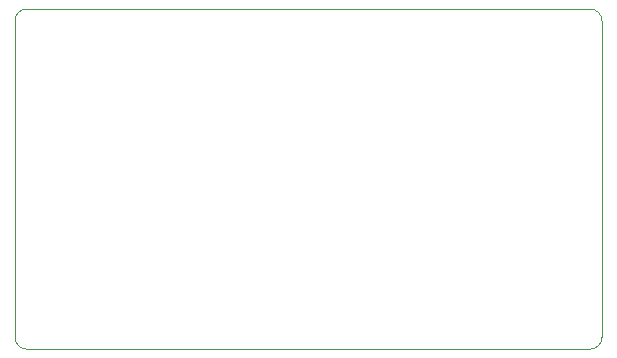
<source format=gm1>
G04 #@! TF.GenerationSoftware,KiCad,Pcbnew,8.0.4*
G04 #@! TF.CreationDate,2024-08-03T17:02:50+02:00*
G04 #@! TF.ProjectId,koyomi-keyboard-adapter,6b6f796f-6d69-42d6-9b65-79626f617264,rev?*
G04 #@! TF.SameCoordinates,Original*
G04 #@! TF.FileFunction,Profile,NP*
%FSLAX46Y46*%
G04 Gerber Fmt 4.6, Leading zero omitted, Abs format (unit mm)*
G04 Created by KiCad (PCBNEW 8.0.4) date 2024-08-03 17:02:50*
%MOMM*%
%LPD*%
G01*
G04 APERTURE LIST*
G04 #@! TA.AperFunction,Profile*
%ADD10C,0.050000*%
G04 #@! TD*
G04 APERTURE END LIST*
D10*
X13200000Y-12200000D02*
X60900000Y-12200000D01*
X60900000Y-41000000D02*
X13200000Y-41000000D01*
X60900000Y-12200000D02*
G75*
G02*
X61900000Y-13200000I0J-1000000D01*
G01*
X12200000Y-40000000D02*
X12200000Y-13200000D01*
X61900000Y-13200000D02*
X61900000Y-40000000D01*
X61900000Y-40000000D02*
G75*
G02*
X60900000Y-41000000I-1000000J0D01*
G01*
X13200000Y-41000000D02*
G75*
G02*
X12200000Y-40000000I0J1000000D01*
G01*
X12200000Y-13200000D02*
G75*
G02*
X13200000Y-12200000I1000000J0D01*
G01*
M02*

</source>
